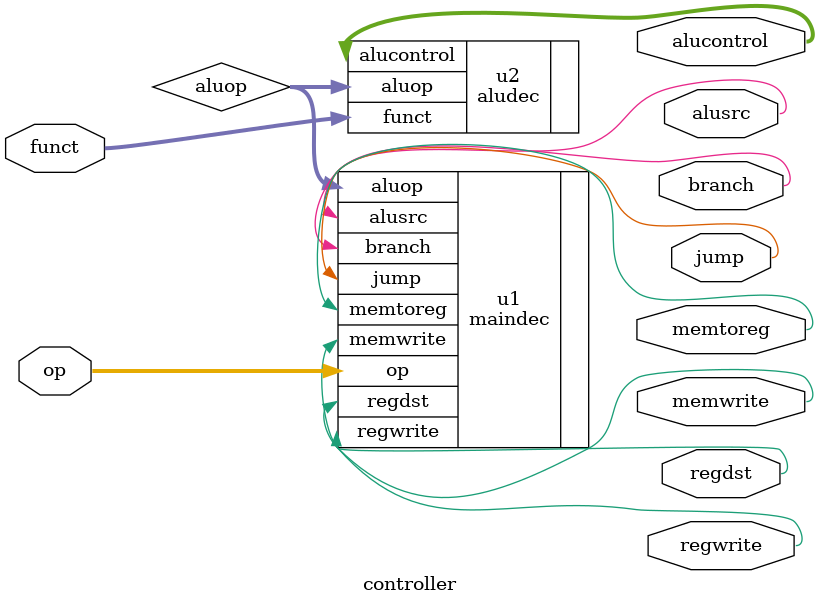
<source format=v>
`timescale 1ns / 1ps


module controller(
   input [5:0]op,
   input [5:0]funct,
   output [2:0]alucontrol,
   output memtoreg,
   output memwrite,
   output branch,
   output alusrc,
   output regdst,
   output regwrite,
   output jump
    );
    wire [1:0]aluop;
    maindec u1(.op(op),.aluop(aluop),.memtoreg(memtoreg),.memwrite(memwrite),.branch(branch),.jump(jump),.alusrc(alusrc),.regdst(regdst),.regwrite(regwrite));
    aludec u2(.funct(funct),.aluop(aluop),.alucontrol(alucontrol));
endmodule

</source>
